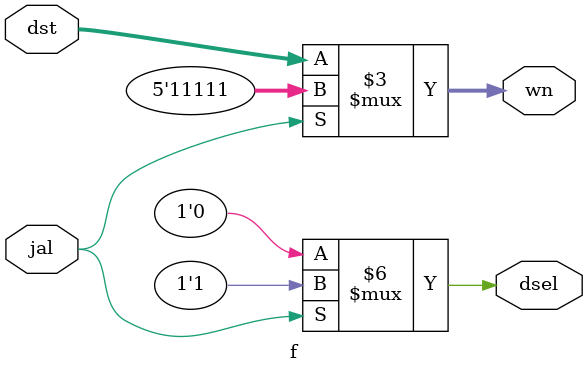
<source format=v>
`timescale 1ns / 1ps


module f (jal, dst, dsel, wn);
    input jal;
    input [4:0] dst;
    output reg dsel;
    output reg [4:0] wn;
    always @(*)
    begin
        if (jal) begin
            dsel = 1;
            wn = 5'b11111;
        end
        else
        begin
            dsel = 0;
            wn = dst;
        end
    end
endmodule

</source>
